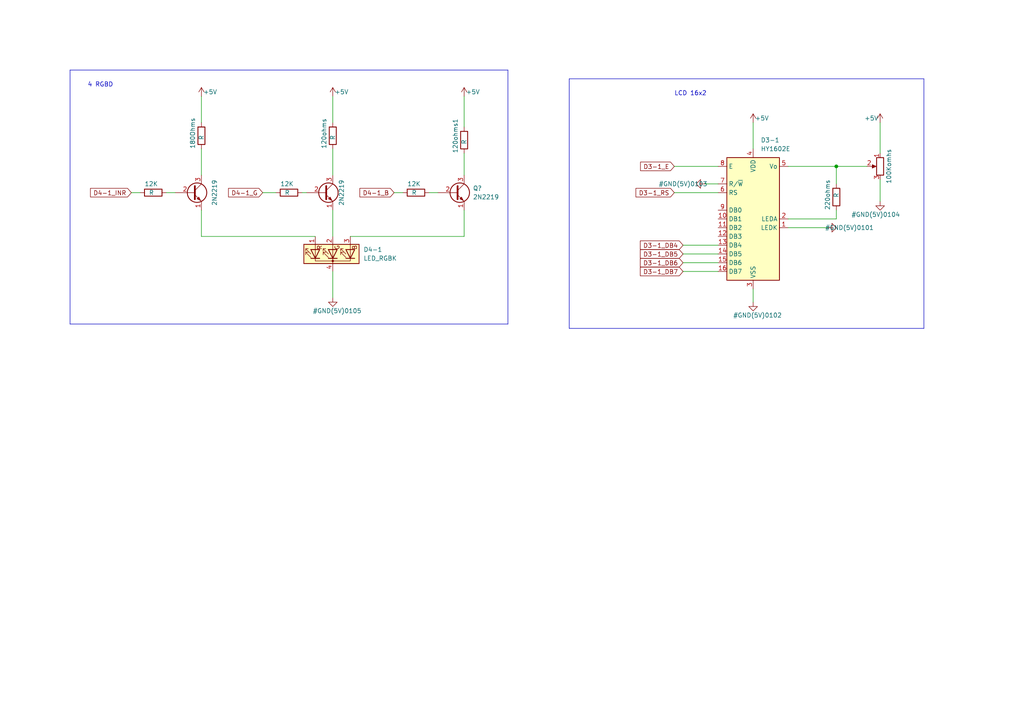
<source format=kicad_sch>
(kicad_sch (version 20230121) (generator eeschema)
  (paper "A4")
  (lib_symbols
    (symbol "Device:LED_RGBK" (pin_names (offset 0) hide)
      (property "Reference" "D" (at 0 9.398 0))
      (property "Value" "LED_RGBK" (at 0 -8.89 0))
      (symbol "LED_RGBK_0_0"
        (text "B" (at 1.905 -6.35 0) (effects (font (size 1.27 1.27))))
        (text "G" (at 1.905 -1.27 0) (effects (font (size 1.27 1.27))))
        (text "R" (at 1.905 3.81 0) (effects (font (size 1.27 1.27))))
      )
      (symbol "LED_RGBK_0_1"
        (circle (center -2.032 0) (radius 0.254) (fill (type outline)))
        (polyline (pts (xy -1.27 -5.08) (xy 1.27 -5.08)))
        (polyline (pts (xy -1.27 -3.81) (xy -1.27 -6.35)) (stroke (width 0.254)))
        (polyline (pts (xy -1.27 0) (xy -2.54 0)))
        (polyline (pts (xy -1.27 1.27) (xy -1.27 -1.27)) (stroke (width 0.254)))
        (polyline (pts (xy -1.27 5.08) (xy 1.27 5.08)))
        (polyline (pts (xy -1.27 6.35) (xy -1.27 3.81)) (stroke (width 0.254)))
        (polyline (pts (xy 1.27 -5.08) (xy 2.54 -5.08)))
        (polyline (pts (xy 1.27 0) (xy -1.27 0)))
        (polyline (pts (xy 1.27 0) (xy 2.54 0)))
        (polyline (pts (xy 1.27 5.08) (xy 2.54 5.08)))
        (polyline (pts (xy -1.27 1.27) (xy -1.27 -1.27) (xy -1.27 -1.27)))
        (polyline (pts (xy -1.27 6.35) (xy -1.27 3.81) (xy -1.27 3.81)))
        (polyline (pts (xy -1.27 5.08) (xy -2.032 5.08) (xy -2.032 -5.08) (xy -1.016 -5.08)))
        (polyline (pts (xy 1.27 -3.81) (xy 1.27 -6.35) (xy -1.27 -5.08) (xy 1.27 -3.81)) (stroke (width 0.254)))
        (polyline (pts (xy 1.27 1.27) (xy 1.27 -1.27) (xy -1.27 0) (xy 1.27 1.27)) (stroke (width 0.254)))
        (polyline (pts (xy 1.27 6.35) (xy 1.27 3.81) (xy -1.27 5.08) (xy 1.27 6.35)) (stroke (width 0.254)))
        (polyline (pts (xy -1.016 -3.81) (xy 0.508 -2.286) (xy -0.254 -2.286) (xy 0.508 -2.286) (xy 0.508 -3.048)))
        (polyline (pts (xy -1.016 1.27) (xy 0.508 2.794) (xy -0.254 2.794) (xy 0.508 2.794) (xy 0.508 2.032)))
        (polyline (pts (xy -1.016 6.35) (xy 0.508 7.874) (xy -0.254 7.874) (xy 0.508 7.874) (xy 0.508 7.112)))
        (polyline (pts (xy 0 -3.81) (xy 1.524 -2.286) (xy 0.762 -2.286) (xy 1.524 -2.286) (xy 1.524 -3.048)))
        (polyline (pts (xy 0 1.27) (xy 1.524 2.794) (xy 0.762 2.794) (xy 1.524 2.794) (xy 1.524 2.032)))
        (polyline (pts (xy 0 6.35) (xy 1.524 7.874) (xy 0.762 7.874) (xy 1.524 7.874) (xy 1.524 7.112)))
        (rectangle (start 1.27 -1.27) (end 1.27 1.27))
        (rectangle (start 1.27 1.27) (end 1.27 1.27))
        (rectangle (start 1.27 3.81) (end 1.27 6.35))
        (rectangle (start 1.27 6.35) (end 1.27 6.35))
        (rectangle (start 2.794 8.382) (end -2.794 -7.62) (stroke (width 0.254)) (fill (type background)))
      )
      (symbol "LED_RGBK_1_1"
        (pin passive line (at 5.08 5.08 180) (length 2.54) (name "RA") (number "1"))
        (pin passive line (at 5.08 0 180) (length 2.54) (name "GA") (number "2"))
        (pin passive line (at 5.08 -5.08 180) (length 2.54) (name "BA") (number "3"))
        (pin passive line (at -5.08 0 0) (length 2.54) (name "K") (number "4"))
      )
    )
    (symbol "Device:R" (pin_numbers hide) (pin_names (offset 0))
      (property "Reference" "R" (at 2.032 0 90))
      (property "Value" "R" (at 0 0 90))
      (symbol "R_0_1"
        (rectangle (start -1.016 -2.54) (end 1.016 2.54) (stroke (width 0.254)))
      )
      (symbol "R_1_1"
        (pin passive line (at 0 3.81 270) (length 1.27) (name "~") (number "1"))
        (pin passive line (at 0 -3.81 90) (length 1.27) (name "~") (number "2"))
      )
    )
    (symbol "Device:R_Potentiometer" (pin_names (offset 1.016) hide)
      (property "Reference" "RV" (at -4.445 0 90))
      (property "Value" "R_Potentiometer" (at -2.54 0 90))
      (symbol "R_Potentiometer_0_1"
        (polyline (pts (xy 2.54 0) (xy 1.524 0)))
        (polyline (pts (xy 1.143 0) (xy 2.286 0.508) (xy 2.286 -0.508) (xy 1.143 0)) (fill (type outline)))
        (rectangle (start 1.016 2.54) (end -1.016 -2.54) (stroke (width 0.254)))
      )
      (symbol "R_Potentiometer_1_1"
        (pin passive line (at 0 3.81 270) (length 1.27) (name "1") (number "1"))
        (pin passive line (at 3.81 0 180) (length 1.27) (name "2") (number "2"))
        (pin passive line (at 0 -3.81 90) (length 1.27) (name "3") (number "3"))
      )
    )
    (symbol "Display_Character:HY1602E"
      (property "Reference" "DS" (at -6.096 19.05 0))
      (property "Value" "HY1602E" (at 5.08 19.05 0))
      (symbol "HY1602E_0_1"
        (rectangle (start -7.62 17.78) (end 7.62 -17.78) (stroke (width 0.254)) (fill (type background)))
      )
      (symbol "HY1602E_1_1"
        (pin passive line (at 10.16 -2.54 180) (length 2.54) (name "LEDK") (number "1"))
        (pin bidirectional line (at -10.16 0 0) (length 2.54) (name "DB1") (number "10"))
        (pin bidirectional line (at -10.16 -2.54 0) (length 2.54) (name "DB2") (number "11"))
        (pin bidirectional line (at -10.16 -5.08 0) (length 2.54) (name "DB3") (number "12"))
        (pin bidirectional line (at -10.16 -7.62 0) (length 2.54) (name "DB4") (number "13"))
        (pin bidirectional line (at -10.16 -10.16 0) (length 2.54) (name "DB5") (number "14"))
        (pin bidirectional line (at -10.16 -12.7 0) (length 2.54) (name "DB6") (number "15"))
        (pin bidirectional line (at -10.16 -15.24 0) (length 2.54) (name "DB7") (number "16"))
        (pin passive line (at 10.16 0 180) (length 2.54) (name "LEDA") (number "2"))
        (pin power_in line (at 0 -20.32 90) (length 2.54) (name "VSS") (number "3"))
        (pin power_in line (at 0 20.32 270) (length 2.54) (name "VDD") (number "4"))
        (pin input line (at 10.16 15.24 180) (length 2.54) (name "Vo") (number "5"))
        (pin input line (at -10.16 7.62 0) (length 2.54) (name "RS") (number "6"))
        (pin input line (at -10.16 10.16 0) (length 2.54) (name "R/~{W}") (number "7"))
        (pin input line (at -10.16 15.24 0) (length 2.54) (name "E") (number "8"))
        (pin bidirectional line (at -10.16 2.54 0) (length 2.54) (name "DB0") (number "9"))
      )
    )
    (symbol "Transistor_BJT:2N2219" (pin_names (offset 0) hide)
      (property "Reference" "Q" (at 5.08 1.905 0))
      (property "Value" "2N2219" (at 5.08 0 0))
      (symbol "2N2219_0_1"
        (polyline (pts (xy 0.635 0.635) (xy 2.54 2.54)))
        (polyline (pts (xy 0.635 -0.635) (xy 2.54 -2.54) (xy 2.54 -2.54)))
        (polyline (pts (xy 0.635 1.905) (xy 0.635 -1.905) (xy 0.635 -1.905)) (stroke (width 0.508)))
        (polyline (pts (xy 1.27 -1.778) (xy 1.778 -1.27) (xy 2.286 -2.286) (xy 1.27 -1.778) (xy 1.27 -1.778)) (fill (type outline)))
        (circle (center 1.27 0) (radius 2.8194) (stroke (width 0.254)))
      )
      (symbol "2N2219_1_1"
        (pin passive line (at 2.54 -5.08 90) (length 2.54) (name "E") (number "1"))
        (pin passive line (at -5.08 0 0) (length 5.715) (name "B") (number "2"))
        (pin passive line (at 2.54 5.08 270) (length 2.54) (name "C") (number "3"))
      )
    )
    (symbol "power:+5V" (power) (pin_names (offset 0))
      (property "Value" "+5V" (at 0 3.556 0))
      (symbol "+5V_0_1"
        (polyline (pts (xy -0.762 1.27) (xy 0 2.54)))
        (polyline (pts (xy 0 0) (xy 0 2.54)))
        (polyline (pts (xy 0 2.54) (xy 0.762 1.27)))
      )
      (symbol "+5V_1_1"
        (pin power_in line (at 0 0 90) (length 0) hide (name "+5V") (number "1"))
      )
    )
    (symbol "power:GND" (power) (pin_names (offset 0))
      (property "Value" "GND" (at 0 -3.81 0))
      (symbol "GND_0_1"
        (polyline (pts (xy 0 0) (xy 0 -1.27) (xy 1.27 -1.27) (xy 0 -2.54) (xy -1.27 -1.27) (xy 0 -1.27)))
      )
      (symbol "GND_1_1"
        (pin power_in line (at 0 0 270) (length 0) hide (name "GND") (number "1"))
      )
    )
  )
  (junction (at 242.57 48.26))
  (polyline (pts (xy 165.1 22.86) (xy 165.1 95.25)))
  (wire (pts (xy 228.6 66.04) (xy 240.03 66.04)))
  (wire (pts (xy 255.27 52.07) (xy 255.27 58.42)))
  (polyline (pts (xy 165.1 22.86) (xy 267.97 22.86)))
  (wire (pts (xy 38.1 55.88) (xy 40.64 55.88)))
  (wire (pts (xy 242.57 48.26) (xy 242.57 53.34)))
  (wire (pts (xy 76.2 55.88) (xy 80.01 55.88)))
  (wire (pts (xy 124.46 55.88) (xy 127 55.88)))
  (polyline (pts (xy 267.97 95.25) (xy 267.97 22.86)))
  (wire (pts (xy 134.62 68.58) (xy 134.62 60.96)))
  (wire (pts (xy 87.63 55.88) (xy 88.9 55.88)))
  (polyline (pts (xy 20.32 20.32) (xy 147.32 20.32)))
  (polyline (pts (xy 147.32 93.98) (xy 20.32 93.98)))
  (polyline (pts (xy 165.1 95.25) (xy 267.97 95.25)))
  (wire (pts (xy 48.26 55.88) (xy 50.8 55.88)))
  (polyline (pts (xy 147.32 20.32) (xy 147.32 93.98)))
  (wire (pts (xy 58.42 27.94) (xy 58.42 35.56)))
  (wire (pts (xy 134.62 27.94) (xy 134.62 36.83)))
  (wire (pts (xy 242.57 63.5) (xy 228.6 63.5)))
  (wire (pts (xy 255.27 35.56) (xy 255.27 44.45)))
  (wire (pts (xy 91.44 68.58) (xy 58.42 68.58)))
  (wire (pts (xy 242.57 48.26) (xy 251.46 48.26)))
  (wire (pts (xy 218.44 83.82) (xy 218.44 87.63)))
  (wire (pts (xy 96.52 43.18) (xy 96.52 50.8)))
  (wire (pts (xy 198.12 76.2) (xy 208.28 76.2)))
  (wire (pts (xy 204.47 53.34) (xy 208.28 53.34)))
  (wire (pts (xy 195.58 48.26) (xy 208.28 48.26)))
  (wire (pts (xy 198.12 71.12) (xy 208.28 71.12)))
  (wire (pts (xy 195.58 55.88) (xy 208.28 55.88)))
  (polyline (pts (xy 20.32 20.32) (xy 20.32 93.98)))
  (wire (pts (xy 134.62 44.45) (xy 134.62 50.8)))
  (wire (pts (xy 114.3 55.88) (xy 116.84 55.88)))
  (wire (pts (xy 198.12 73.66) (xy 208.28 73.66)))
  (wire (pts (xy 218.44 35.56) (xy 218.44 43.18)))
  (wire (pts (xy 96.52 60.96) (xy 96.52 68.58)))
  (wire (pts (xy 96.52 27.94) (xy 96.52 35.56)))
  (wire (pts (xy 228.6 48.26) (xy 242.57 48.26)))
  (wire (pts (xy 58.42 68.58) (xy 58.42 60.96)))
  (wire (pts (xy 101.6 68.58) (xy 134.62 68.58)))
  (wire (pts (xy 96.52 78.74) (xy 96.52 86.36)))
  (wire (pts (xy 58.42 43.18) (xy 58.42 50.8)))
  (wire (pts (xy 242.57 60.96) (xy 242.57 63.5)))
  (wire (pts (xy 198.12 78.74) (xy 208.28 78.74)))
  (text "LCD 16x2" (at 195.58 27.94 0) (effects (font (size 1.27 1.27)) (justify left bottom)))
  (text "4 RGBD" (at 25.4 25.4 0) (effects (font (size 1.27 1.27)) (justify left bottom)))
  (global_label "D4-1_B" (shape input) (at 114.3 55.88 180) (property "Intersheetrefs" "${INTERSHEET_REFS}" (effects hide)))
  (global_label "D3-1_DB7" (shape input) (at 198.12 78.74 180) (property "Intersheetrefs" "${INTERSHEET_REFS}" (effects hide)))
  (global_label "D4-1_INR" (shape input) (at 38.1 55.88 180) (property "Intersheetrefs" "${INTERSHEET_REFS}" (effects hide)))
  (global_label "D3-1_DB4" (shape input) (at 198.12 71.12 180) (property "Intersheetrefs" "${INTERSHEET_REFS}" (effects hide)))
  (global_label "D3-1_RS" (shape input) (at 195.58 55.88 180) (property "Intersheetrefs" "${INTERSHEET_REFS}" (effects hide)))
  (global_label "D3-1_DB6" (shape input) (at 198.12 76.2 180) (property "Intersheetrefs" "${INTERSHEET_REFS}" (effects hide)))
  (global_label "D3-1_DB5" (shape input) (at 198.12 73.66 180) (property "Intersheetrefs" "${INTERSHEET_REFS}" (effects hide)))
  (global_label "D3-1_E" (shape input) (at 195.58 48.26 180) (property "Intersheetrefs" "${INTERSHEET_REFS}" (effects hide)))
  (global_label "D4-1_G" (shape input) (at 76.2 55.88 180) (property "Intersheetrefs" "${INTERSHEET_REFS}" (effects hide)))
  (symbol (lib_id "Device:R") (at 242.57 57.15 0) (mirror x) (unit 1)
    (property "Reference" "220ohms" (at 240.03 52.07 90) (effects (justify left)))
    (property "Value" "R" (at 242.57 55.88 90) (effects (justify left)))
  )
  (symbol (lib_id "power:GND") (at 96.52 86.36 0) (unit 1)
    (property "Reference" "GND(5V)" (at 97.79 90.17 0))
    (property "Value" "GND" (effects hide))
  )
  (symbol (lib_id "power:+5V") (at 96.52 27.94 0) (unit 1)
    (property "Reference" "#PWR?" (effects hide))
    (property "Value" "+5V" (at 99.06 26.67 0))
  )
  (symbol (lib_id "power:+5V") (at 58.42 27.94 0) (unit 1)
    (property "Reference" "#PWR?" (effects hide))
    (property "Value" "+5V" (at 60.96 26.67 0))
  )
  (symbol (lib_id "Transistor_BJT:2N2219") (at 55.88 55.88 0) (unit 1)
    (property "Reference" "Q?" (effects hide))
    (property "Value" "2N2219" (at 62.23 59.69 90) (effects (justify left)))
    (property "Footprint" "Package_TO_SOT_THT:TO-39-3" (effects hide))
    (property "Datasheet" "http://www.onsemi.com/pub_link/Collateral/2N2219-D.PDF" (effects hide))
  )
  (symbol (lib_id "power:+5V") (at 218.44 35.56 0) (unit 1)
    (property "Reference" "#PWR?" (effects hide))
    (property "Value" "+5V" (at 220.98 34.29 0))
  )
  (symbol (lib_id "power:GND") (at 240.03 66.04 90) (unit 1)
    (property "Reference" "GND(5V)" (at 246.38 66.04 90))
    (property "Value" "GND" (effects hide))
  )
  (symbol (lib_id "Device:R") (at 44.45 55.88 270) (unit 1)
    (property "Reference" "12K" (at 41.91 53.34 90) (effects (justify left)))
    (property "Value" "R" (at 43.18 55.88 90) (effects (justify left)))
  )
  (symbol (lib_id "power:+5V") (at 134.62 27.94 0) (unit 1)
    (property "Reference" "#PWR?" (effects hide))
    (property "Value" "+5V" (at 137.16 26.67 0))
  )
  (symbol (lib_id "Device:R_Potentiometer") (at 255.27 48.26 0) (mirror y) (unit 1)
    (property "Reference" "100Komhs" (at 257.81 43.18 90) (effects (justify right)))
    (property "Value" "R_Potentiometer" (effects hide))
  )
  (symbol (lib_id "power:GND") (at 218.44 87.63 0) (unit 1)
    (property "Reference" "GND(5V)" (at 219.71 91.44 0))
    (property "Value" "GND" (effects hide))
  )
  (symbol (lib_id "Transistor_BJT:2N2219") (at 93.98 55.88 0) (unit 1)
    (property "Reference" "Q?" (effects hide))
    (property "Value" "2N2219" (at 99.06 59.69 90) (effects (justify left)))
    (property "Footprint" "Package_TO_SOT_THT:TO-39-3" (effects hide))
    (property "Datasheet" "http://www.onsemi.com/pub_link/Collateral/2N2219-D.PDF" (effects hide))
  )
  (symbol (lib_id "Device:R") (at 83.82 55.88 270) (unit 1)
    (property "Reference" "12K" (at 81.28 53.34 90) (effects (justify left)))
    (property "Value" "R" (at 82.55 55.88 90) (effects (justify left)))
  )
  (symbol (lib_id "power:GND") (at 204.47 53.34 270) (mirror x) (unit 1)
    (property "Reference" "GND(5V)" (at 198.12 53.34 90))
    (property "Value" "GND" (effects hide))
  )
  (symbol (lib_id "Device:R") (at 58.42 39.37 0) (unit 1)
    (property "Reference" "180Ohms" (at 55.88 43.18 90) (effects (justify left)))
    (property "Value" "R" (at 58.42 40.64 90) (effects (justify left)))
  )
  (symbol (lib_id "power:+5V") (at 255.27 35.56 0) (mirror y) (unit 1)
    (property "Reference" "#PWR?" (effects hide))
    (property "Value" "+5V" (at 252.73 34.29 0))
  )
  (symbol (lib_id "Transistor_BJT:2N2219") (at 132.08 55.88 0) (unit 1)
    (property "Reference" "Q?" (at 137.16 54.6099 0) (effects (justify left)))
    (property "Value" "2N2219" (at 137.16 57.1499 0) (effects (justify left)))
    (property "Footprint" "Package_TO_SOT_THT:TO-39-3" (effects hide))
    (property "Datasheet" "http://www.onsemi.com/pub_link/Collateral/2N2219-D.PDF" (effects hide))
  )
  (symbol (lib_id "power:GND") (at 255.27 58.42 0) (mirror y) (unit 1)
    (property "Reference" "GND(5V)?" (at 254 62.23 0))
    (property "Value" "GND" (effects hide))
  )
  (symbol (lib_id "Device:R") (at 96.52 39.37 0) (unit 1)
    (property "Reference" "120ohms" (at 93.98 43.18 90) (effects (justify left)))
    (property "Value" "R" (at 96.52 40.64 90) (effects (justify left)))
  )
  (symbol (lib_id "Device:LED_RGBK") (at 96.52 73.66 90) (unit 1)
    (property "Reference" "D4-1" (at 105.41 72.39 90) (effects (justify right)))
    (property "Value" "LED_RGBK" (at 105.41 74.93 90) (effects (justify right)))
  )
  (symbol (lib_id "Device:R") (at 120.65 55.88 270) (unit 1)
    (property "Reference" "12K" (at 118.11 53.34 90) (effects (justify left)))
    (property "Value" "R" (at 119.38 55.88 90) (effects (justify left)))
  )
  (symbol (lib_id "Display_Character:HY1602E") (at 218.44 63.5 0) (unit 1)
    (property "Reference" "D3-1" (at 220.6341 40.64 0) (effects (justify left)))
    (property "Value" "HY1602E" (at 220.6341 43.18 0) (effects (justify left)))
    (property "Footprint" "Display:HY1602E" (effects hide))
    (property "Datasheet" "http://www.icbank.com/data/ICBShop/board/HY1602E.pdf" (effects hide))
  )
  (symbol (lib_id "Device:R") (at 134.62 40.64 0) (unit 1)
    (property "Reference" "120ohms1" (at 132.08 44.45 90) (effects (justify left)))
    (property "Value" "R" (at 134.62 41.91 90) (effects (justify left)))
  )
)
</source>
